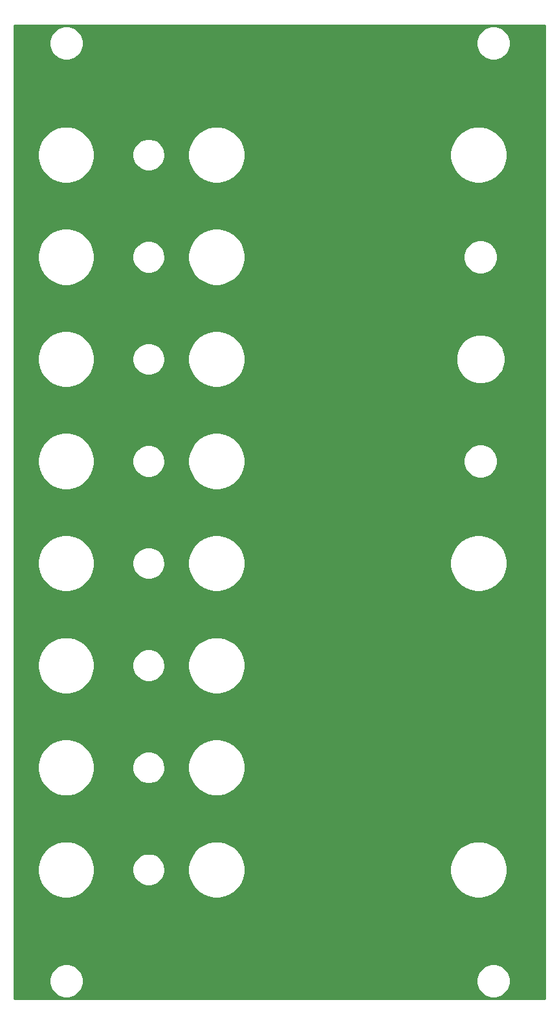
<source format=gbr>
G04 #@! TF.GenerationSoftware,KiCad,Pcbnew,(5.1.9)-1*
G04 #@! TF.CreationDate,2021-04-09T13:23:51+02:00*
G04 #@! TF.ProjectId,Baby8 Front,42616279-3820-4467-926f-6e742e6b6963,rev?*
G04 #@! TF.SameCoordinates,Original*
G04 #@! TF.FileFunction,Copper,L2,Bot*
G04 #@! TF.FilePolarity,Positive*
%FSLAX46Y46*%
G04 Gerber Fmt 4.6, Leading zero omitted, Abs format (unit mm)*
G04 Created by KiCad (PCBNEW (5.1.9)-1) date 2021-04-09 13:23:51*
%MOMM*%
%LPD*%
G01*
G04 APERTURE LIST*
G04 #@! TA.AperFunction,NonConductor*
%ADD10C,0.254000*%
G04 #@! TD*
G04 #@! TA.AperFunction,NonConductor*
%ADD11C,0.100000*%
G04 #@! TD*
G04 APERTURE END LIST*
D10*
X70115001Y-127815000D02*
X685000Y-127815000D01*
X685000Y-125279872D01*
X5265000Y-125279872D01*
X5265000Y-125720128D01*
X5350890Y-126151925D01*
X5519369Y-126558669D01*
X5763962Y-126924729D01*
X6075271Y-127236038D01*
X6441331Y-127480631D01*
X6848075Y-127649110D01*
X7279872Y-127735000D01*
X7720128Y-127735000D01*
X8151925Y-127649110D01*
X8558669Y-127480631D01*
X8924729Y-127236038D01*
X9236038Y-126924729D01*
X9480631Y-126558669D01*
X9649110Y-126151925D01*
X9735000Y-125720128D01*
X9735000Y-125279872D01*
X61145000Y-125279872D01*
X61145000Y-125720128D01*
X61230890Y-126151925D01*
X61399369Y-126558669D01*
X61643962Y-126924729D01*
X61955271Y-127236038D01*
X62321331Y-127480631D01*
X62728075Y-127649110D01*
X63159872Y-127735000D01*
X63600128Y-127735000D01*
X64031925Y-127649110D01*
X64438669Y-127480631D01*
X64804729Y-127236038D01*
X65116038Y-126924729D01*
X65360631Y-126558669D01*
X65529110Y-126151925D01*
X65615000Y-125720128D01*
X65615000Y-125279872D01*
X65529110Y-124848075D01*
X65360631Y-124441331D01*
X65116038Y-124075271D01*
X64804729Y-123763962D01*
X64438669Y-123519369D01*
X64031925Y-123350890D01*
X63600128Y-123265000D01*
X63159872Y-123265000D01*
X62728075Y-123350890D01*
X62321331Y-123519369D01*
X61955271Y-123763962D01*
X61643962Y-124075271D01*
X61399369Y-124441331D01*
X61230890Y-124848075D01*
X61145000Y-125279872D01*
X9735000Y-125279872D01*
X9649110Y-124848075D01*
X9480631Y-124441331D01*
X9236038Y-124075271D01*
X8924729Y-123763962D01*
X8558669Y-123519369D01*
X8151925Y-123350890D01*
X7720128Y-123265000D01*
X7279872Y-123265000D01*
X6848075Y-123350890D01*
X6441331Y-123519369D01*
X6075271Y-123763962D01*
X5763962Y-124075271D01*
X5519369Y-124441331D01*
X5350890Y-124848075D01*
X5265000Y-125279872D01*
X685000Y-125279872D01*
X685000Y-110587135D01*
X3710000Y-110587135D01*
X3710000Y-111322865D01*
X3853534Y-112044459D01*
X4135086Y-112724186D01*
X4543836Y-113335924D01*
X5064076Y-113856164D01*
X5675814Y-114264914D01*
X6355541Y-114546466D01*
X7077135Y-114690000D01*
X7812865Y-114690000D01*
X8534459Y-114546466D01*
X9214186Y-114264914D01*
X9825924Y-113856164D01*
X10346164Y-113335924D01*
X10754914Y-112724186D01*
X11036466Y-112044459D01*
X11180000Y-111322865D01*
X11180000Y-110744721D01*
X16120000Y-110744721D01*
X16120000Y-111165279D01*
X16202047Y-111577756D01*
X16362988Y-111966302D01*
X16596637Y-112315983D01*
X16894017Y-112613363D01*
X17243698Y-112847012D01*
X17632244Y-113007953D01*
X18044721Y-113090000D01*
X18465279Y-113090000D01*
X18877756Y-113007953D01*
X19266302Y-112847012D01*
X19615983Y-112613363D01*
X19913363Y-112315983D01*
X20147012Y-111966302D01*
X20307953Y-111577756D01*
X20390000Y-111165279D01*
X20390000Y-110744721D01*
X20358655Y-110587135D01*
X23410000Y-110587135D01*
X23410000Y-111322865D01*
X23553534Y-112044459D01*
X23835086Y-112724186D01*
X24243836Y-113335924D01*
X24764076Y-113856164D01*
X25375814Y-114264914D01*
X26055541Y-114546466D01*
X26777135Y-114690000D01*
X27512865Y-114690000D01*
X28234459Y-114546466D01*
X28914186Y-114264914D01*
X29525924Y-113856164D01*
X30046164Y-113335924D01*
X30454914Y-112724186D01*
X30736466Y-112044459D01*
X30880000Y-111322865D01*
X30880000Y-110587135D01*
X57700000Y-110587135D01*
X57700000Y-111322865D01*
X57843534Y-112044459D01*
X58125086Y-112724186D01*
X58533836Y-113335924D01*
X59054076Y-113856164D01*
X59665814Y-114264914D01*
X60345541Y-114546466D01*
X61067135Y-114690000D01*
X61802865Y-114690000D01*
X62524459Y-114546466D01*
X63204186Y-114264914D01*
X63815924Y-113856164D01*
X64336164Y-113335924D01*
X64744914Y-112724186D01*
X65026466Y-112044459D01*
X65170000Y-111322865D01*
X65170000Y-110587135D01*
X65026466Y-109865541D01*
X64744914Y-109185814D01*
X64336164Y-108574076D01*
X63815924Y-108053836D01*
X63204186Y-107645086D01*
X62524459Y-107363534D01*
X61802865Y-107220000D01*
X61067135Y-107220000D01*
X60345541Y-107363534D01*
X59665814Y-107645086D01*
X59054076Y-108053836D01*
X58533836Y-108574076D01*
X58125086Y-109185814D01*
X57843534Y-109865541D01*
X57700000Y-110587135D01*
X30880000Y-110587135D01*
X30736466Y-109865541D01*
X30454914Y-109185814D01*
X30046164Y-108574076D01*
X29525924Y-108053836D01*
X28914186Y-107645086D01*
X28234459Y-107363534D01*
X27512865Y-107220000D01*
X26777135Y-107220000D01*
X26055541Y-107363534D01*
X25375814Y-107645086D01*
X24764076Y-108053836D01*
X24243836Y-108574076D01*
X23835086Y-109185814D01*
X23553534Y-109865541D01*
X23410000Y-110587135D01*
X20358655Y-110587135D01*
X20307953Y-110332244D01*
X20147012Y-109943698D01*
X19913363Y-109594017D01*
X19615983Y-109296637D01*
X19266302Y-109062988D01*
X18877756Y-108902047D01*
X18465279Y-108820000D01*
X18044721Y-108820000D01*
X17632244Y-108902047D01*
X17243698Y-109062988D01*
X16894017Y-109296637D01*
X16596637Y-109594017D01*
X16362988Y-109943698D01*
X16202047Y-110332244D01*
X16120000Y-110744721D01*
X11180000Y-110744721D01*
X11180000Y-110587135D01*
X11036466Y-109865541D01*
X10754914Y-109185814D01*
X10346164Y-108574076D01*
X9825924Y-108053836D01*
X9214186Y-107645086D01*
X8534459Y-107363534D01*
X7812865Y-107220000D01*
X7077135Y-107220000D01*
X6355541Y-107363534D01*
X5675814Y-107645086D01*
X5064076Y-108053836D01*
X4543836Y-108574076D01*
X4135086Y-109185814D01*
X3853534Y-109865541D01*
X3710000Y-110587135D01*
X685000Y-110587135D01*
X685000Y-97247135D01*
X3710000Y-97247135D01*
X3710000Y-97982865D01*
X3853534Y-98704459D01*
X4135086Y-99384186D01*
X4543836Y-99995924D01*
X5064076Y-100516164D01*
X5675814Y-100924914D01*
X6355541Y-101206466D01*
X7077135Y-101350000D01*
X7812865Y-101350000D01*
X8534459Y-101206466D01*
X9214186Y-100924914D01*
X9825924Y-100516164D01*
X10346164Y-99995924D01*
X10754914Y-99384186D01*
X11036466Y-98704459D01*
X11180000Y-97982865D01*
X11180000Y-97404721D01*
X16120000Y-97404721D01*
X16120000Y-97825279D01*
X16202047Y-98237756D01*
X16362988Y-98626302D01*
X16596637Y-98975983D01*
X16894017Y-99273363D01*
X17243698Y-99507012D01*
X17632244Y-99667953D01*
X18044721Y-99750000D01*
X18465279Y-99750000D01*
X18877756Y-99667953D01*
X19266302Y-99507012D01*
X19615983Y-99273363D01*
X19913363Y-98975983D01*
X20147012Y-98626302D01*
X20307953Y-98237756D01*
X20390000Y-97825279D01*
X20390000Y-97404721D01*
X20358655Y-97247135D01*
X23410000Y-97247135D01*
X23410000Y-97982865D01*
X23553534Y-98704459D01*
X23835086Y-99384186D01*
X24243836Y-99995924D01*
X24764076Y-100516164D01*
X25375814Y-100924914D01*
X26055541Y-101206466D01*
X26777135Y-101350000D01*
X27512865Y-101350000D01*
X28234459Y-101206466D01*
X28914186Y-100924914D01*
X29525924Y-100516164D01*
X30046164Y-99995924D01*
X30454914Y-99384186D01*
X30736466Y-98704459D01*
X30880000Y-97982865D01*
X30880000Y-97247135D01*
X30736466Y-96525541D01*
X30454914Y-95845814D01*
X30046164Y-95234076D01*
X29525924Y-94713836D01*
X28914186Y-94305086D01*
X28234459Y-94023534D01*
X27512865Y-93880000D01*
X26777135Y-93880000D01*
X26055541Y-94023534D01*
X25375814Y-94305086D01*
X24764076Y-94713836D01*
X24243836Y-95234076D01*
X23835086Y-95845814D01*
X23553534Y-96525541D01*
X23410000Y-97247135D01*
X20358655Y-97247135D01*
X20307953Y-96992244D01*
X20147012Y-96603698D01*
X19913363Y-96254017D01*
X19615983Y-95956637D01*
X19266302Y-95722988D01*
X18877756Y-95562047D01*
X18465279Y-95480000D01*
X18044721Y-95480000D01*
X17632244Y-95562047D01*
X17243698Y-95722988D01*
X16894017Y-95956637D01*
X16596637Y-96254017D01*
X16362988Y-96603698D01*
X16202047Y-96992244D01*
X16120000Y-97404721D01*
X11180000Y-97404721D01*
X11180000Y-97247135D01*
X11036466Y-96525541D01*
X10754914Y-95845814D01*
X10346164Y-95234076D01*
X9825924Y-94713836D01*
X9214186Y-94305086D01*
X8534459Y-94023534D01*
X7812865Y-93880000D01*
X7077135Y-93880000D01*
X6355541Y-94023534D01*
X5675814Y-94305086D01*
X5064076Y-94713836D01*
X4543836Y-95234076D01*
X4135086Y-95845814D01*
X3853534Y-96525541D01*
X3710000Y-97247135D01*
X685000Y-97247135D01*
X685000Y-83907135D01*
X3710000Y-83907135D01*
X3710000Y-84642865D01*
X3853534Y-85364459D01*
X4135086Y-86044186D01*
X4543836Y-86655924D01*
X5064076Y-87176164D01*
X5675814Y-87584914D01*
X6355541Y-87866466D01*
X7077135Y-88010000D01*
X7812865Y-88010000D01*
X8534459Y-87866466D01*
X9214186Y-87584914D01*
X9825924Y-87176164D01*
X10346164Y-86655924D01*
X10754914Y-86044186D01*
X11036466Y-85364459D01*
X11180000Y-84642865D01*
X11180000Y-84064721D01*
X16120000Y-84064721D01*
X16120000Y-84485279D01*
X16202047Y-84897756D01*
X16362988Y-85286302D01*
X16596637Y-85635983D01*
X16894017Y-85933363D01*
X17243698Y-86167012D01*
X17632244Y-86327953D01*
X18044721Y-86410000D01*
X18465279Y-86410000D01*
X18877756Y-86327953D01*
X19266302Y-86167012D01*
X19615983Y-85933363D01*
X19913363Y-85635983D01*
X20147012Y-85286302D01*
X20307953Y-84897756D01*
X20390000Y-84485279D01*
X20390000Y-84064721D01*
X20358655Y-83907135D01*
X23410000Y-83907135D01*
X23410000Y-84642865D01*
X23553534Y-85364459D01*
X23835086Y-86044186D01*
X24243836Y-86655924D01*
X24764076Y-87176164D01*
X25375814Y-87584914D01*
X26055541Y-87866466D01*
X26777135Y-88010000D01*
X27512865Y-88010000D01*
X28234459Y-87866466D01*
X28914186Y-87584914D01*
X29525924Y-87176164D01*
X30046164Y-86655924D01*
X30454914Y-86044186D01*
X30736466Y-85364459D01*
X30880000Y-84642865D01*
X30880000Y-83907135D01*
X30736466Y-83185541D01*
X30454914Y-82505814D01*
X30046164Y-81894076D01*
X29525924Y-81373836D01*
X28914186Y-80965086D01*
X28234459Y-80683534D01*
X27512865Y-80540000D01*
X26777135Y-80540000D01*
X26055541Y-80683534D01*
X25375814Y-80965086D01*
X24764076Y-81373836D01*
X24243836Y-81894076D01*
X23835086Y-82505814D01*
X23553534Y-83185541D01*
X23410000Y-83907135D01*
X20358655Y-83907135D01*
X20307953Y-83652244D01*
X20147012Y-83263698D01*
X19913363Y-82914017D01*
X19615983Y-82616637D01*
X19266302Y-82382988D01*
X18877756Y-82222047D01*
X18465279Y-82140000D01*
X18044721Y-82140000D01*
X17632244Y-82222047D01*
X17243698Y-82382988D01*
X16894017Y-82616637D01*
X16596637Y-82914017D01*
X16362988Y-83263698D01*
X16202047Y-83652244D01*
X16120000Y-84064721D01*
X11180000Y-84064721D01*
X11180000Y-83907135D01*
X11036466Y-83185541D01*
X10754914Y-82505814D01*
X10346164Y-81894076D01*
X9825924Y-81373836D01*
X9214186Y-80965086D01*
X8534459Y-80683534D01*
X7812865Y-80540000D01*
X7077135Y-80540000D01*
X6355541Y-80683534D01*
X5675814Y-80965086D01*
X5064076Y-81373836D01*
X4543836Y-81894076D01*
X4135086Y-82505814D01*
X3853534Y-83185541D01*
X3710000Y-83907135D01*
X685000Y-83907135D01*
X685000Y-70567135D01*
X3710000Y-70567135D01*
X3710000Y-71302865D01*
X3853534Y-72024459D01*
X4135086Y-72704186D01*
X4543836Y-73315924D01*
X5064076Y-73836164D01*
X5675814Y-74244914D01*
X6355541Y-74526466D01*
X7077135Y-74670000D01*
X7812865Y-74670000D01*
X8534459Y-74526466D01*
X9214186Y-74244914D01*
X9825924Y-73836164D01*
X10346164Y-73315924D01*
X10754914Y-72704186D01*
X11036466Y-72024459D01*
X11180000Y-71302865D01*
X11180000Y-70724721D01*
X16120000Y-70724721D01*
X16120000Y-71145279D01*
X16202047Y-71557756D01*
X16362988Y-71946302D01*
X16596637Y-72295983D01*
X16894017Y-72593363D01*
X17243698Y-72827012D01*
X17632244Y-72987953D01*
X18044721Y-73070000D01*
X18465279Y-73070000D01*
X18877756Y-72987953D01*
X19266302Y-72827012D01*
X19615983Y-72593363D01*
X19913363Y-72295983D01*
X20147012Y-71946302D01*
X20307953Y-71557756D01*
X20390000Y-71145279D01*
X20390000Y-70724721D01*
X20358655Y-70567135D01*
X23410000Y-70567135D01*
X23410000Y-71302865D01*
X23553534Y-72024459D01*
X23835086Y-72704186D01*
X24243836Y-73315924D01*
X24764076Y-73836164D01*
X25375814Y-74244914D01*
X26055541Y-74526466D01*
X26777135Y-74670000D01*
X27512865Y-74670000D01*
X28234459Y-74526466D01*
X28914186Y-74244914D01*
X29525924Y-73836164D01*
X30046164Y-73315924D01*
X30454914Y-72704186D01*
X30736466Y-72024459D01*
X30880000Y-71302865D01*
X30880000Y-70567135D01*
X57700000Y-70567135D01*
X57700000Y-71302865D01*
X57843534Y-72024459D01*
X58125086Y-72704186D01*
X58533836Y-73315924D01*
X59054076Y-73836164D01*
X59665814Y-74244914D01*
X60345541Y-74526466D01*
X61067135Y-74670000D01*
X61802865Y-74670000D01*
X62524459Y-74526466D01*
X63204186Y-74244914D01*
X63815924Y-73836164D01*
X64336164Y-73315924D01*
X64744914Y-72704186D01*
X65026466Y-72024459D01*
X65170000Y-71302865D01*
X65170000Y-70567135D01*
X65026466Y-69845541D01*
X64744914Y-69165814D01*
X64336164Y-68554076D01*
X63815924Y-68033836D01*
X63204186Y-67625086D01*
X62524459Y-67343534D01*
X61802865Y-67200000D01*
X61067135Y-67200000D01*
X60345541Y-67343534D01*
X59665814Y-67625086D01*
X59054076Y-68033836D01*
X58533836Y-68554076D01*
X58125086Y-69165814D01*
X57843534Y-69845541D01*
X57700000Y-70567135D01*
X30880000Y-70567135D01*
X30736466Y-69845541D01*
X30454914Y-69165814D01*
X30046164Y-68554076D01*
X29525924Y-68033836D01*
X28914186Y-67625086D01*
X28234459Y-67343534D01*
X27512865Y-67200000D01*
X26777135Y-67200000D01*
X26055541Y-67343534D01*
X25375814Y-67625086D01*
X24764076Y-68033836D01*
X24243836Y-68554076D01*
X23835086Y-69165814D01*
X23553534Y-69845541D01*
X23410000Y-70567135D01*
X20358655Y-70567135D01*
X20307953Y-70312244D01*
X20147012Y-69923698D01*
X19913363Y-69574017D01*
X19615983Y-69276637D01*
X19266302Y-69042988D01*
X18877756Y-68882047D01*
X18465279Y-68800000D01*
X18044721Y-68800000D01*
X17632244Y-68882047D01*
X17243698Y-69042988D01*
X16894017Y-69276637D01*
X16596637Y-69574017D01*
X16362988Y-69923698D01*
X16202047Y-70312244D01*
X16120000Y-70724721D01*
X11180000Y-70724721D01*
X11180000Y-70567135D01*
X11036466Y-69845541D01*
X10754914Y-69165814D01*
X10346164Y-68554076D01*
X9825924Y-68033836D01*
X9214186Y-67625086D01*
X8534459Y-67343534D01*
X7812865Y-67200000D01*
X7077135Y-67200000D01*
X6355541Y-67343534D01*
X5675814Y-67625086D01*
X5064076Y-68033836D01*
X4543836Y-68554076D01*
X4135086Y-69165814D01*
X3853534Y-69845541D01*
X3710000Y-70567135D01*
X685000Y-70567135D01*
X685000Y-57227135D01*
X3710000Y-57227135D01*
X3710000Y-57962865D01*
X3853534Y-58684459D01*
X4135086Y-59364186D01*
X4543836Y-59975924D01*
X5064076Y-60496164D01*
X5675814Y-60904914D01*
X6355541Y-61186466D01*
X7077135Y-61330000D01*
X7812865Y-61330000D01*
X8534459Y-61186466D01*
X9214186Y-60904914D01*
X9825924Y-60496164D01*
X10346164Y-59975924D01*
X10754914Y-59364186D01*
X11036466Y-58684459D01*
X11180000Y-57962865D01*
X11180000Y-57384721D01*
X16120000Y-57384721D01*
X16120000Y-57805279D01*
X16202047Y-58217756D01*
X16362988Y-58606302D01*
X16596637Y-58955983D01*
X16894017Y-59253363D01*
X17243698Y-59487012D01*
X17632244Y-59647953D01*
X18044721Y-59730000D01*
X18465279Y-59730000D01*
X18877756Y-59647953D01*
X19266302Y-59487012D01*
X19615983Y-59253363D01*
X19913363Y-58955983D01*
X20147012Y-58606302D01*
X20307953Y-58217756D01*
X20390000Y-57805279D01*
X20390000Y-57384721D01*
X20358655Y-57227135D01*
X23410000Y-57227135D01*
X23410000Y-57962865D01*
X23553534Y-58684459D01*
X23835086Y-59364186D01*
X24243836Y-59975924D01*
X24764076Y-60496164D01*
X25375814Y-60904914D01*
X26055541Y-61186466D01*
X26777135Y-61330000D01*
X27512865Y-61330000D01*
X28234459Y-61186466D01*
X28914186Y-60904914D01*
X29525924Y-60496164D01*
X30046164Y-59975924D01*
X30454914Y-59364186D01*
X30736466Y-58684459D01*
X30880000Y-57962865D01*
X30880000Y-57374872D01*
X59465000Y-57374872D01*
X59465000Y-57815128D01*
X59550890Y-58246925D01*
X59719369Y-58653669D01*
X59963962Y-59019729D01*
X60275271Y-59331038D01*
X60641331Y-59575631D01*
X61048075Y-59744110D01*
X61479872Y-59830000D01*
X61920128Y-59830000D01*
X62351925Y-59744110D01*
X62758669Y-59575631D01*
X63124729Y-59331038D01*
X63436038Y-59019729D01*
X63680631Y-58653669D01*
X63849110Y-58246925D01*
X63935000Y-57815128D01*
X63935000Y-57374872D01*
X63849110Y-56943075D01*
X63680631Y-56536331D01*
X63436038Y-56170271D01*
X63124729Y-55858962D01*
X62758669Y-55614369D01*
X62351925Y-55445890D01*
X61920128Y-55360000D01*
X61479872Y-55360000D01*
X61048075Y-55445890D01*
X60641331Y-55614369D01*
X60275271Y-55858962D01*
X59963962Y-56170271D01*
X59719369Y-56536331D01*
X59550890Y-56943075D01*
X59465000Y-57374872D01*
X30880000Y-57374872D01*
X30880000Y-57227135D01*
X30736466Y-56505541D01*
X30454914Y-55825814D01*
X30046164Y-55214076D01*
X29525924Y-54693836D01*
X28914186Y-54285086D01*
X28234459Y-54003534D01*
X27512865Y-53860000D01*
X26777135Y-53860000D01*
X26055541Y-54003534D01*
X25375814Y-54285086D01*
X24764076Y-54693836D01*
X24243836Y-55214076D01*
X23835086Y-55825814D01*
X23553534Y-56505541D01*
X23410000Y-57227135D01*
X20358655Y-57227135D01*
X20307953Y-56972244D01*
X20147012Y-56583698D01*
X19913363Y-56234017D01*
X19615983Y-55936637D01*
X19266302Y-55702988D01*
X18877756Y-55542047D01*
X18465279Y-55460000D01*
X18044721Y-55460000D01*
X17632244Y-55542047D01*
X17243698Y-55702988D01*
X16894017Y-55936637D01*
X16596637Y-56234017D01*
X16362988Y-56583698D01*
X16202047Y-56972244D01*
X16120000Y-57384721D01*
X11180000Y-57384721D01*
X11180000Y-57227135D01*
X11036466Y-56505541D01*
X10754914Y-55825814D01*
X10346164Y-55214076D01*
X9825924Y-54693836D01*
X9214186Y-54285086D01*
X8534459Y-54003534D01*
X7812865Y-53860000D01*
X7077135Y-53860000D01*
X6355541Y-54003534D01*
X5675814Y-54285086D01*
X5064076Y-54693836D01*
X4543836Y-55214076D01*
X4135086Y-55825814D01*
X3853534Y-56505541D01*
X3710000Y-57227135D01*
X685000Y-57227135D01*
X685000Y-43887135D01*
X3710000Y-43887135D01*
X3710000Y-44622865D01*
X3853534Y-45344459D01*
X4135086Y-46024186D01*
X4543836Y-46635924D01*
X5064076Y-47156164D01*
X5675814Y-47564914D01*
X6355541Y-47846466D01*
X7077135Y-47990000D01*
X7812865Y-47990000D01*
X8534459Y-47846466D01*
X9214186Y-47564914D01*
X9825924Y-47156164D01*
X10346164Y-46635924D01*
X10754914Y-46024186D01*
X11036466Y-45344459D01*
X11180000Y-44622865D01*
X11180000Y-44044721D01*
X16120000Y-44044721D01*
X16120000Y-44465279D01*
X16202047Y-44877756D01*
X16362988Y-45266302D01*
X16596637Y-45615983D01*
X16894017Y-45913363D01*
X17243698Y-46147012D01*
X17632244Y-46307953D01*
X18044721Y-46390000D01*
X18465279Y-46390000D01*
X18877756Y-46307953D01*
X19266302Y-46147012D01*
X19615983Y-45913363D01*
X19913363Y-45615983D01*
X20147012Y-45266302D01*
X20307953Y-44877756D01*
X20390000Y-44465279D01*
X20390000Y-44044721D01*
X20358655Y-43887135D01*
X23410000Y-43887135D01*
X23410000Y-44622865D01*
X23553534Y-45344459D01*
X23835086Y-46024186D01*
X24243836Y-46635924D01*
X24764076Y-47156164D01*
X25375814Y-47564914D01*
X26055541Y-47846466D01*
X26777135Y-47990000D01*
X27512865Y-47990000D01*
X28234459Y-47846466D01*
X28914186Y-47564914D01*
X29525924Y-47156164D01*
X30046164Y-46635924D01*
X30454914Y-46024186D01*
X30736466Y-45344459D01*
X30880000Y-44622865D01*
X30880000Y-43936380D01*
X58465000Y-43936380D01*
X58465000Y-44573620D01*
X58589319Y-45198615D01*
X58833180Y-45787347D01*
X59187211Y-46317192D01*
X59637808Y-46767789D01*
X60167653Y-47121820D01*
X60756385Y-47365681D01*
X61381380Y-47490000D01*
X62018620Y-47490000D01*
X62643615Y-47365681D01*
X63232347Y-47121820D01*
X63762192Y-46767789D01*
X64212789Y-46317192D01*
X64566820Y-45787347D01*
X64810681Y-45198615D01*
X64935000Y-44573620D01*
X64935000Y-43936380D01*
X64810681Y-43311385D01*
X64566820Y-42722653D01*
X64212789Y-42192808D01*
X63762192Y-41742211D01*
X63232347Y-41388180D01*
X62643615Y-41144319D01*
X62018620Y-41020000D01*
X61381380Y-41020000D01*
X60756385Y-41144319D01*
X60167653Y-41388180D01*
X59637808Y-41742211D01*
X59187211Y-42192808D01*
X58833180Y-42722653D01*
X58589319Y-43311385D01*
X58465000Y-43936380D01*
X30880000Y-43936380D01*
X30880000Y-43887135D01*
X30736466Y-43165541D01*
X30454914Y-42485814D01*
X30046164Y-41874076D01*
X29525924Y-41353836D01*
X28914186Y-40945086D01*
X28234459Y-40663534D01*
X27512865Y-40520000D01*
X26777135Y-40520000D01*
X26055541Y-40663534D01*
X25375814Y-40945086D01*
X24764076Y-41353836D01*
X24243836Y-41874076D01*
X23835086Y-42485814D01*
X23553534Y-43165541D01*
X23410000Y-43887135D01*
X20358655Y-43887135D01*
X20307953Y-43632244D01*
X20147012Y-43243698D01*
X19913363Y-42894017D01*
X19615983Y-42596637D01*
X19266302Y-42362988D01*
X18877756Y-42202047D01*
X18465279Y-42120000D01*
X18044721Y-42120000D01*
X17632244Y-42202047D01*
X17243698Y-42362988D01*
X16894017Y-42596637D01*
X16596637Y-42894017D01*
X16362988Y-43243698D01*
X16202047Y-43632244D01*
X16120000Y-44044721D01*
X11180000Y-44044721D01*
X11180000Y-43887135D01*
X11036466Y-43165541D01*
X10754914Y-42485814D01*
X10346164Y-41874076D01*
X9825924Y-41353836D01*
X9214186Y-40945086D01*
X8534459Y-40663534D01*
X7812865Y-40520000D01*
X7077135Y-40520000D01*
X6355541Y-40663534D01*
X5675814Y-40945086D01*
X5064076Y-41353836D01*
X4543836Y-41874076D01*
X4135086Y-42485814D01*
X3853534Y-43165541D01*
X3710000Y-43887135D01*
X685000Y-43887135D01*
X685000Y-30547135D01*
X3710000Y-30547135D01*
X3710000Y-31282865D01*
X3853534Y-32004459D01*
X4135086Y-32684186D01*
X4543836Y-33295924D01*
X5064076Y-33816164D01*
X5675814Y-34224914D01*
X6355541Y-34506466D01*
X7077135Y-34650000D01*
X7812865Y-34650000D01*
X8534459Y-34506466D01*
X9214186Y-34224914D01*
X9825924Y-33816164D01*
X10346164Y-33295924D01*
X10754914Y-32684186D01*
X11036466Y-32004459D01*
X11180000Y-31282865D01*
X11180000Y-30704721D01*
X16120000Y-30704721D01*
X16120000Y-31125279D01*
X16202047Y-31537756D01*
X16362988Y-31926302D01*
X16596637Y-32275983D01*
X16894017Y-32573363D01*
X17243698Y-32807012D01*
X17632244Y-32967953D01*
X18044721Y-33050000D01*
X18465279Y-33050000D01*
X18877756Y-32967953D01*
X19266302Y-32807012D01*
X19615983Y-32573363D01*
X19913363Y-32275983D01*
X20147012Y-31926302D01*
X20307953Y-31537756D01*
X20390000Y-31125279D01*
X20390000Y-30704721D01*
X20358655Y-30547135D01*
X23410000Y-30547135D01*
X23410000Y-31282865D01*
X23553534Y-32004459D01*
X23835086Y-32684186D01*
X24243836Y-33295924D01*
X24764076Y-33816164D01*
X25375814Y-34224914D01*
X26055541Y-34506466D01*
X26777135Y-34650000D01*
X27512865Y-34650000D01*
X28234459Y-34506466D01*
X28914186Y-34224914D01*
X29525924Y-33816164D01*
X30046164Y-33295924D01*
X30454914Y-32684186D01*
X30736466Y-32004459D01*
X30880000Y-31282865D01*
X30880000Y-30694872D01*
X59465000Y-30694872D01*
X59465000Y-31135128D01*
X59550890Y-31566925D01*
X59719369Y-31973669D01*
X59963962Y-32339729D01*
X60275271Y-32651038D01*
X60641331Y-32895631D01*
X61048075Y-33064110D01*
X61479872Y-33150000D01*
X61920128Y-33150000D01*
X62351925Y-33064110D01*
X62758669Y-32895631D01*
X63124729Y-32651038D01*
X63436038Y-32339729D01*
X63680631Y-31973669D01*
X63849110Y-31566925D01*
X63935000Y-31135128D01*
X63935000Y-30694872D01*
X63849110Y-30263075D01*
X63680631Y-29856331D01*
X63436038Y-29490271D01*
X63124729Y-29178962D01*
X62758669Y-28934369D01*
X62351925Y-28765890D01*
X61920128Y-28680000D01*
X61479872Y-28680000D01*
X61048075Y-28765890D01*
X60641331Y-28934369D01*
X60275271Y-29178962D01*
X59963962Y-29490271D01*
X59719369Y-29856331D01*
X59550890Y-30263075D01*
X59465000Y-30694872D01*
X30880000Y-30694872D01*
X30880000Y-30547135D01*
X30736466Y-29825541D01*
X30454914Y-29145814D01*
X30046164Y-28534076D01*
X29525924Y-28013836D01*
X28914186Y-27605086D01*
X28234459Y-27323534D01*
X27512865Y-27180000D01*
X26777135Y-27180000D01*
X26055541Y-27323534D01*
X25375814Y-27605086D01*
X24764076Y-28013836D01*
X24243836Y-28534076D01*
X23835086Y-29145814D01*
X23553534Y-29825541D01*
X23410000Y-30547135D01*
X20358655Y-30547135D01*
X20307953Y-30292244D01*
X20147012Y-29903698D01*
X19913363Y-29554017D01*
X19615983Y-29256637D01*
X19266302Y-29022988D01*
X18877756Y-28862047D01*
X18465279Y-28780000D01*
X18044721Y-28780000D01*
X17632244Y-28862047D01*
X17243698Y-29022988D01*
X16894017Y-29256637D01*
X16596637Y-29554017D01*
X16362988Y-29903698D01*
X16202047Y-30292244D01*
X16120000Y-30704721D01*
X11180000Y-30704721D01*
X11180000Y-30547135D01*
X11036466Y-29825541D01*
X10754914Y-29145814D01*
X10346164Y-28534076D01*
X9825924Y-28013836D01*
X9214186Y-27605086D01*
X8534459Y-27323534D01*
X7812865Y-27180000D01*
X7077135Y-27180000D01*
X6355541Y-27323534D01*
X5675814Y-27605086D01*
X5064076Y-28013836D01*
X4543836Y-28534076D01*
X4135086Y-29145814D01*
X3853534Y-29825541D01*
X3710000Y-30547135D01*
X685000Y-30547135D01*
X685000Y-17207135D01*
X3710000Y-17207135D01*
X3710000Y-17942865D01*
X3853534Y-18664459D01*
X4135086Y-19344186D01*
X4543836Y-19955924D01*
X5064076Y-20476164D01*
X5675814Y-20884914D01*
X6355541Y-21166466D01*
X7077135Y-21310000D01*
X7812865Y-21310000D01*
X8534459Y-21166466D01*
X9214186Y-20884914D01*
X9825924Y-20476164D01*
X10346164Y-19955924D01*
X10754914Y-19344186D01*
X11036466Y-18664459D01*
X11180000Y-17942865D01*
X11180000Y-17364721D01*
X16120000Y-17364721D01*
X16120000Y-17785279D01*
X16202047Y-18197756D01*
X16362988Y-18586302D01*
X16596637Y-18935983D01*
X16894017Y-19233363D01*
X17243698Y-19467012D01*
X17632244Y-19627953D01*
X18044721Y-19710000D01*
X18465279Y-19710000D01*
X18877756Y-19627953D01*
X19266302Y-19467012D01*
X19615983Y-19233363D01*
X19913363Y-18935983D01*
X20147012Y-18586302D01*
X20307953Y-18197756D01*
X20390000Y-17785279D01*
X20390000Y-17364721D01*
X20358655Y-17207135D01*
X23410000Y-17207135D01*
X23410000Y-17942865D01*
X23553534Y-18664459D01*
X23835086Y-19344186D01*
X24243836Y-19955924D01*
X24764076Y-20476164D01*
X25375814Y-20884914D01*
X26055541Y-21166466D01*
X26777135Y-21310000D01*
X27512865Y-21310000D01*
X28234459Y-21166466D01*
X28914186Y-20884914D01*
X29525924Y-20476164D01*
X30046164Y-19955924D01*
X30454914Y-19344186D01*
X30736466Y-18664459D01*
X30880000Y-17942865D01*
X30880000Y-17207135D01*
X57700000Y-17207135D01*
X57700000Y-17942865D01*
X57843534Y-18664459D01*
X58125086Y-19344186D01*
X58533836Y-19955924D01*
X59054076Y-20476164D01*
X59665814Y-20884914D01*
X60345541Y-21166466D01*
X61067135Y-21310000D01*
X61802865Y-21310000D01*
X62524459Y-21166466D01*
X63204186Y-20884914D01*
X63815924Y-20476164D01*
X64336164Y-19955924D01*
X64744914Y-19344186D01*
X65026466Y-18664459D01*
X65170000Y-17942865D01*
X65170000Y-17207135D01*
X65026466Y-16485541D01*
X64744914Y-15805814D01*
X64336164Y-15194076D01*
X63815924Y-14673836D01*
X63204186Y-14265086D01*
X62524459Y-13983534D01*
X61802865Y-13840000D01*
X61067135Y-13840000D01*
X60345541Y-13983534D01*
X59665814Y-14265086D01*
X59054076Y-14673836D01*
X58533836Y-15194076D01*
X58125086Y-15805814D01*
X57843534Y-16485541D01*
X57700000Y-17207135D01*
X30880000Y-17207135D01*
X30736466Y-16485541D01*
X30454914Y-15805814D01*
X30046164Y-15194076D01*
X29525924Y-14673836D01*
X28914186Y-14265086D01*
X28234459Y-13983534D01*
X27512865Y-13840000D01*
X26777135Y-13840000D01*
X26055541Y-13983534D01*
X25375814Y-14265086D01*
X24764076Y-14673836D01*
X24243836Y-15194076D01*
X23835086Y-15805814D01*
X23553534Y-16485541D01*
X23410000Y-17207135D01*
X20358655Y-17207135D01*
X20307953Y-16952244D01*
X20147012Y-16563698D01*
X19913363Y-16214017D01*
X19615983Y-15916637D01*
X19266302Y-15682988D01*
X18877756Y-15522047D01*
X18465279Y-15440000D01*
X18044721Y-15440000D01*
X17632244Y-15522047D01*
X17243698Y-15682988D01*
X16894017Y-15916637D01*
X16596637Y-16214017D01*
X16362988Y-16563698D01*
X16202047Y-16952244D01*
X16120000Y-17364721D01*
X11180000Y-17364721D01*
X11180000Y-17207135D01*
X11036466Y-16485541D01*
X10754914Y-15805814D01*
X10346164Y-15194076D01*
X9825924Y-14673836D01*
X9214186Y-14265086D01*
X8534459Y-13983534D01*
X7812865Y-13840000D01*
X7077135Y-13840000D01*
X6355541Y-13983534D01*
X5675814Y-14265086D01*
X5064076Y-14673836D01*
X4543836Y-15194076D01*
X4135086Y-15805814D01*
X3853534Y-16485541D01*
X3710000Y-17207135D01*
X685000Y-17207135D01*
X685000Y-2779872D01*
X5265000Y-2779872D01*
X5265000Y-3220128D01*
X5350890Y-3651925D01*
X5519369Y-4058669D01*
X5763962Y-4424729D01*
X6075271Y-4736038D01*
X6441331Y-4980631D01*
X6848075Y-5149110D01*
X7279872Y-5235000D01*
X7720128Y-5235000D01*
X8151925Y-5149110D01*
X8558669Y-4980631D01*
X8924729Y-4736038D01*
X9236038Y-4424729D01*
X9480631Y-4058669D01*
X9649110Y-3651925D01*
X9735000Y-3220128D01*
X9735000Y-2779872D01*
X61145000Y-2779872D01*
X61145000Y-3220128D01*
X61230890Y-3651925D01*
X61399369Y-4058669D01*
X61643962Y-4424729D01*
X61955271Y-4736038D01*
X62321331Y-4980631D01*
X62728075Y-5149110D01*
X63159872Y-5235000D01*
X63600128Y-5235000D01*
X64031925Y-5149110D01*
X64438669Y-4980631D01*
X64804729Y-4736038D01*
X65116038Y-4424729D01*
X65360631Y-4058669D01*
X65529110Y-3651925D01*
X65615000Y-3220128D01*
X65615000Y-2779872D01*
X65529110Y-2348075D01*
X65360631Y-1941331D01*
X65116038Y-1575271D01*
X64804729Y-1263962D01*
X64438669Y-1019369D01*
X64031925Y-850890D01*
X63600128Y-765000D01*
X63159872Y-765000D01*
X62728075Y-850890D01*
X62321331Y-1019369D01*
X61955271Y-1263962D01*
X61643962Y-1575271D01*
X61399369Y-1941331D01*
X61230890Y-2348075D01*
X61145000Y-2779872D01*
X9735000Y-2779872D01*
X9649110Y-2348075D01*
X9480631Y-1941331D01*
X9236038Y-1575271D01*
X8924729Y-1263962D01*
X8558669Y-1019369D01*
X8151925Y-850890D01*
X7720128Y-765000D01*
X7279872Y-765000D01*
X6848075Y-850890D01*
X6441331Y-1019369D01*
X6075271Y-1263962D01*
X5763962Y-1575271D01*
X5519369Y-1941331D01*
X5350890Y-2348075D01*
X5265000Y-2779872D01*
X685000Y-2779872D01*
X685000Y-685000D01*
X70115000Y-685000D01*
X70115001Y-127815000D01*
G04 #@! TA.AperFunction,NonConductor*
D11*
G36*
X70115001Y-127815000D02*
G01*
X685000Y-127815000D01*
X685000Y-125279872D01*
X5265000Y-125279872D01*
X5265000Y-125720128D01*
X5350890Y-126151925D01*
X5519369Y-126558669D01*
X5763962Y-126924729D01*
X6075271Y-127236038D01*
X6441331Y-127480631D01*
X6848075Y-127649110D01*
X7279872Y-127735000D01*
X7720128Y-127735000D01*
X8151925Y-127649110D01*
X8558669Y-127480631D01*
X8924729Y-127236038D01*
X9236038Y-126924729D01*
X9480631Y-126558669D01*
X9649110Y-126151925D01*
X9735000Y-125720128D01*
X9735000Y-125279872D01*
X61145000Y-125279872D01*
X61145000Y-125720128D01*
X61230890Y-126151925D01*
X61399369Y-126558669D01*
X61643962Y-126924729D01*
X61955271Y-127236038D01*
X62321331Y-127480631D01*
X62728075Y-127649110D01*
X63159872Y-127735000D01*
X63600128Y-127735000D01*
X64031925Y-127649110D01*
X64438669Y-127480631D01*
X64804729Y-127236038D01*
X65116038Y-126924729D01*
X65360631Y-126558669D01*
X65529110Y-126151925D01*
X65615000Y-125720128D01*
X65615000Y-125279872D01*
X65529110Y-124848075D01*
X65360631Y-124441331D01*
X65116038Y-124075271D01*
X64804729Y-123763962D01*
X64438669Y-123519369D01*
X64031925Y-123350890D01*
X63600128Y-123265000D01*
X63159872Y-123265000D01*
X62728075Y-123350890D01*
X62321331Y-123519369D01*
X61955271Y-123763962D01*
X61643962Y-124075271D01*
X61399369Y-124441331D01*
X61230890Y-124848075D01*
X61145000Y-125279872D01*
X9735000Y-125279872D01*
X9649110Y-124848075D01*
X9480631Y-124441331D01*
X9236038Y-124075271D01*
X8924729Y-123763962D01*
X8558669Y-123519369D01*
X8151925Y-123350890D01*
X7720128Y-123265000D01*
X7279872Y-123265000D01*
X6848075Y-123350890D01*
X6441331Y-123519369D01*
X6075271Y-123763962D01*
X5763962Y-124075271D01*
X5519369Y-124441331D01*
X5350890Y-124848075D01*
X5265000Y-125279872D01*
X685000Y-125279872D01*
X685000Y-110587135D01*
X3710000Y-110587135D01*
X3710000Y-111322865D01*
X3853534Y-112044459D01*
X4135086Y-112724186D01*
X4543836Y-113335924D01*
X5064076Y-113856164D01*
X5675814Y-114264914D01*
X6355541Y-114546466D01*
X7077135Y-114690000D01*
X7812865Y-114690000D01*
X8534459Y-114546466D01*
X9214186Y-114264914D01*
X9825924Y-113856164D01*
X10346164Y-113335924D01*
X10754914Y-112724186D01*
X11036466Y-112044459D01*
X11180000Y-111322865D01*
X11180000Y-110744721D01*
X16120000Y-110744721D01*
X16120000Y-111165279D01*
X16202047Y-111577756D01*
X16362988Y-111966302D01*
X16596637Y-112315983D01*
X16894017Y-112613363D01*
X17243698Y-112847012D01*
X17632244Y-113007953D01*
X18044721Y-113090000D01*
X18465279Y-113090000D01*
X18877756Y-113007953D01*
X19266302Y-112847012D01*
X19615983Y-112613363D01*
X19913363Y-112315983D01*
X20147012Y-111966302D01*
X20307953Y-111577756D01*
X20390000Y-111165279D01*
X20390000Y-110744721D01*
X20358655Y-110587135D01*
X23410000Y-110587135D01*
X23410000Y-111322865D01*
X23553534Y-112044459D01*
X23835086Y-112724186D01*
X24243836Y-113335924D01*
X24764076Y-113856164D01*
X25375814Y-114264914D01*
X26055541Y-114546466D01*
X26777135Y-114690000D01*
X27512865Y-114690000D01*
X28234459Y-114546466D01*
X28914186Y-114264914D01*
X29525924Y-113856164D01*
X30046164Y-113335924D01*
X30454914Y-112724186D01*
X30736466Y-112044459D01*
X30880000Y-111322865D01*
X30880000Y-110587135D01*
X57700000Y-110587135D01*
X57700000Y-111322865D01*
X57843534Y-112044459D01*
X58125086Y-112724186D01*
X58533836Y-113335924D01*
X59054076Y-113856164D01*
X59665814Y-114264914D01*
X60345541Y-114546466D01*
X61067135Y-114690000D01*
X61802865Y-114690000D01*
X62524459Y-114546466D01*
X63204186Y-114264914D01*
X63815924Y-113856164D01*
X64336164Y-113335924D01*
X64744914Y-112724186D01*
X65026466Y-112044459D01*
X65170000Y-111322865D01*
X65170000Y-110587135D01*
X65026466Y-109865541D01*
X64744914Y-109185814D01*
X64336164Y-108574076D01*
X63815924Y-108053836D01*
X63204186Y-107645086D01*
X62524459Y-107363534D01*
X61802865Y-107220000D01*
X61067135Y-107220000D01*
X60345541Y-107363534D01*
X59665814Y-107645086D01*
X59054076Y-108053836D01*
X58533836Y-108574076D01*
X58125086Y-109185814D01*
X57843534Y-109865541D01*
X57700000Y-110587135D01*
X30880000Y-110587135D01*
X30736466Y-109865541D01*
X30454914Y-109185814D01*
X30046164Y-108574076D01*
X29525924Y-108053836D01*
X28914186Y-107645086D01*
X28234459Y-107363534D01*
X27512865Y-107220000D01*
X26777135Y-107220000D01*
X26055541Y-107363534D01*
X25375814Y-107645086D01*
X24764076Y-108053836D01*
X24243836Y-108574076D01*
X23835086Y-109185814D01*
X23553534Y-109865541D01*
X23410000Y-110587135D01*
X20358655Y-110587135D01*
X20307953Y-110332244D01*
X20147012Y-109943698D01*
X19913363Y-109594017D01*
X19615983Y-109296637D01*
X19266302Y-109062988D01*
X18877756Y-108902047D01*
X18465279Y-108820000D01*
X18044721Y-108820000D01*
X17632244Y-108902047D01*
X17243698Y-109062988D01*
X16894017Y-109296637D01*
X16596637Y-109594017D01*
X16362988Y-109943698D01*
X16202047Y-110332244D01*
X16120000Y-110744721D01*
X11180000Y-110744721D01*
X11180000Y-110587135D01*
X11036466Y-109865541D01*
X10754914Y-109185814D01*
X10346164Y-108574076D01*
X9825924Y-108053836D01*
X9214186Y-107645086D01*
X8534459Y-107363534D01*
X7812865Y-107220000D01*
X7077135Y-107220000D01*
X6355541Y-107363534D01*
X5675814Y-107645086D01*
X5064076Y-108053836D01*
X4543836Y-108574076D01*
X4135086Y-109185814D01*
X3853534Y-109865541D01*
X3710000Y-110587135D01*
X685000Y-110587135D01*
X685000Y-97247135D01*
X3710000Y-97247135D01*
X3710000Y-97982865D01*
X3853534Y-98704459D01*
X4135086Y-99384186D01*
X4543836Y-99995924D01*
X5064076Y-100516164D01*
X5675814Y-100924914D01*
X6355541Y-101206466D01*
X7077135Y-101350000D01*
X7812865Y-101350000D01*
X8534459Y-101206466D01*
X9214186Y-100924914D01*
X9825924Y-100516164D01*
X10346164Y-99995924D01*
X10754914Y-99384186D01*
X11036466Y-98704459D01*
X11180000Y-97982865D01*
X11180000Y-97404721D01*
X16120000Y-97404721D01*
X16120000Y-97825279D01*
X16202047Y-98237756D01*
X16362988Y-98626302D01*
X16596637Y-98975983D01*
X16894017Y-99273363D01*
X17243698Y-99507012D01*
X17632244Y-99667953D01*
X18044721Y-99750000D01*
X18465279Y-99750000D01*
X18877756Y-99667953D01*
X19266302Y-99507012D01*
X19615983Y-99273363D01*
X19913363Y-98975983D01*
X20147012Y-98626302D01*
X20307953Y-98237756D01*
X20390000Y-97825279D01*
X20390000Y-97404721D01*
X20358655Y-97247135D01*
X23410000Y-97247135D01*
X23410000Y-97982865D01*
X23553534Y-98704459D01*
X23835086Y-99384186D01*
X24243836Y-99995924D01*
X24764076Y-100516164D01*
X25375814Y-100924914D01*
X26055541Y-101206466D01*
X26777135Y-101350000D01*
X27512865Y-101350000D01*
X28234459Y-101206466D01*
X28914186Y-100924914D01*
X29525924Y-100516164D01*
X30046164Y-99995924D01*
X30454914Y-99384186D01*
X30736466Y-98704459D01*
X30880000Y-97982865D01*
X30880000Y-97247135D01*
X30736466Y-96525541D01*
X30454914Y-95845814D01*
X30046164Y-95234076D01*
X29525924Y-94713836D01*
X28914186Y-94305086D01*
X28234459Y-94023534D01*
X27512865Y-93880000D01*
X26777135Y-93880000D01*
X26055541Y-94023534D01*
X25375814Y-94305086D01*
X24764076Y-94713836D01*
X24243836Y-95234076D01*
X23835086Y-95845814D01*
X23553534Y-96525541D01*
X23410000Y-97247135D01*
X20358655Y-97247135D01*
X20307953Y-96992244D01*
X20147012Y-96603698D01*
X19913363Y-96254017D01*
X19615983Y-95956637D01*
X19266302Y-95722988D01*
X18877756Y-95562047D01*
X18465279Y-95480000D01*
X18044721Y-95480000D01*
X17632244Y-95562047D01*
X17243698Y-95722988D01*
X16894017Y-95956637D01*
X16596637Y-96254017D01*
X16362988Y-96603698D01*
X16202047Y-96992244D01*
X16120000Y-97404721D01*
X11180000Y-97404721D01*
X11180000Y-97247135D01*
X11036466Y-96525541D01*
X10754914Y-95845814D01*
X10346164Y-95234076D01*
X9825924Y-94713836D01*
X9214186Y-94305086D01*
X8534459Y-94023534D01*
X7812865Y-93880000D01*
X7077135Y-93880000D01*
X6355541Y-94023534D01*
X5675814Y-94305086D01*
X5064076Y-94713836D01*
X4543836Y-95234076D01*
X4135086Y-95845814D01*
X3853534Y-96525541D01*
X3710000Y-97247135D01*
X685000Y-97247135D01*
X685000Y-83907135D01*
X3710000Y-83907135D01*
X3710000Y-84642865D01*
X3853534Y-85364459D01*
X4135086Y-86044186D01*
X4543836Y-86655924D01*
X5064076Y-87176164D01*
X5675814Y-87584914D01*
X6355541Y-87866466D01*
X7077135Y-88010000D01*
X7812865Y-88010000D01*
X8534459Y-87866466D01*
X9214186Y-87584914D01*
X9825924Y-87176164D01*
X10346164Y-86655924D01*
X10754914Y-86044186D01*
X11036466Y-85364459D01*
X11180000Y-84642865D01*
X11180000Y-84064721D01*
X16120000Y-84064721D01*
X16120000Y-84485279D01*
X16202047Y-84897756D01*
X16362988Y-85286302D01*
X16596637Y-85635983D01*
X16894017Y-85933363D01*
X17243698Y-86167012D01*
X17632244Y-86327953D01*
X18044721Y-86410000D01*
X18465279Y-86410000D01*
X18877756Y-86327953D01*
X19266302Y-86167012D01*
X19615983Y-85933363D01*
X19913363Y-85635983D01*
X20147012Y-85286302D01*
X20307953Y-84897756D01*
X20390000Y-84485279D01*
X20390000Y-84064721D01*
X20358655Y-83907135D01*
X23410000Y-83907135D01*
X23410000Y-84642865D01*
X23553534Y-85364459D01*
X23835086Y-86044186D01*
X24243836Y-86655924D01*
X24764076Y-87176164D01*
X25375814Y-87584914D01*
X26055541Y-87866466D01*
X26777135Y-88010000D01*
X27512865Y-88010000D01*
X28234459Y-87866466D01*
X28914186Y-87584914D01*
X29525924Y-87176164D01*
X30046164Y-86655924D01*
X30454914Y-86044186D01*
X30736466Y-85364459D01*
X30880000Y-84642865D01*
X30880000Y-83907135D01*
X30736466Y-83185541D01*
X30454914Y-82505814D01*
X30046164Y-81894076D01*
X29525924Y-81373836D01*
X28914186Y-80965086D01*
X28234459Y-80683534D01*
X27512865Y-80540000D01*
X26777135Y-80540000D01*
X26055541Y-80683534D01*
X25375814Y-80965086D01*
X24764076Y-81373836D01*
X24243836Y-81894076D01*
X23835086Y-82505814D01*
X23553534Y-83185541D01*
X23410000Y-83907135D01*
X20358655Y-83907135D01*
X20307953Y-83652244D01*
X20147012Y-83263698D01*
X19913363Y-82914017D01*
X19615983Y-82616637D01*
X19266302Y-82382988D01*
X18877756Y-82222047D01*
X18465279Y-82140000D01*
X18044721Y-82140000D01*
X17632244Y-82222047D01*
X17243698Y-82382988D01*
X16894017Y-82616637D01*
X16596637Y-82914017D01*
X16362988Y-83263698D01*
X16202047Y-83652244D01*
X16120000Y-84064721D01*
X11180000Y-84064721D01*
X11180000Y-83907135D01*
X11036466Y-83185541D01*
X10754914Y-82505814D01*
X10346164Y-81894076D01*
X9825924Y-81373836D01*
X9214186Y-80965086D01*
X8534459Y-80683534D01*
X7812865Y-80540000D01*
X7077135Y-80540000D01*
X6355541Y-80683534D01*
X5675814Y-80965086D01*
X5064076Y-81373836D01*
X4543836Y-81894076D01*
X4135086Y-82505814D01*
X3853534Y-83185541D01*
X3710000Y-83907135D01*
X685000Y-83907135D01*
X685000Y-70567135D01*
X3710000Y-70567135D01*
X3710000Y-71302865D01*
X3853534Y-72024459D01*
X4135086Y-72704186D01*
X4543836Y-73315924D01*
X5064076Y-73836164D01*
X5675814Y-74244914D01*
X6355541Y-74526466D01*
X7077135Y-74670000D01*
X7812865Y-74670000D01*
X8534459Y-74526466D01*
X9214186Y-74244914D01*
X9825924Y-73836164D01*
X10346164Y-73315924D01*
X10754914Y-72704186D01*
X11036466Y-72024459D01*
X11180000Y-71302865D01*
X11180000Y-70724721D01*
X16120000Y-70724721D01*
X16120000Y-71145279D01*
X16202047Y-71557756D01*
X16362988Y-71946302D01*
X16596637Y-72295983D01*
X16894017Y-72593363D01*
X17243698Y-72827012D01*
X17632244Y-72987953D01*
X18044721Y-73070000D01*
X18465279Y-73070000D01*
X18877756Y-72987953D01*
X19266302Y-72827012D01*
X19615983Y-72593363D01*
X19913363Y-72295983D01*
X20147012Y-71946302D01*
X20307953Y-71557756D01*
X20390000Y-71145279D01*
X20390000Y-70724721D01*
X20358655Y-70567135D01*
X23410000Y-70567135D01*
X23410000Y-71302865D01*
X23553534Y-72024459D01*
X23835086Y-72704186D01*
X24243836Y-73315924D01*
X24764076Y-73836164D01*
X25375814Y-74244914D01*
X26055541Y-74526466D01*
X26777135Y-74670000D01*
X27512865Y-74670000D01*
X28234459Y-74526466D01*
X28914186Y-74244914D01*
X29525924Y-73836164D01*
X30046164Y-73315924D01*
X30454914Y-72704186D01*
X30736466Y-72024459D01*
X30880000Y-71302865D01*
X30880000Y-70567135D01*
X57700000Y-70567135D01*
X57700000Y-71302865D01*
X57843534Y-72024459D01*
X58125086Y-72704186D01*
X58533836Y-73315924D01*
X59054076Y-73836164D01*
X59665814Y-74244914D01*
X60345541Y-74526466D01*
X61067135Y-74670000D01*
X61802865Y-74670000D01*
X62524459Y-74526466D01*
X63204186Y-74244914D01*
X63815924Y-73836164D01*
X64336164Y-73315924D01*
X64744914Y-72704186D01*
X65026466Y-72024459D01*
X65170000Y-71302865D01*
X65170000Y-70567135D01*
X65026466Y-69845541D01*
X64744914Y-69165814D01*
X64336164Y-68554076D01*
X63815924Y-68033836D01*
X63204186Y-67625086D01*
X62524459Y-67343534D01*
X61802865Y-67200000D01*
X61067135Y-67200000D01*
X60345541Y-67343534D01*
X59665814Y-67625086D01*
X59054076Y-68033836D01*
X58533836Y-68554076D01*
X58125086Y-69165814D01*
X57843534Y-69845541D01*
X57700000Y-70567135D01*
X30880000Y-70567135D01*
X30736466Y-69845541D01*
X30454914Y-69165814D01*
X30046164Y-68554076D01*
X29525924Y-68033836D01*
X28914186Y-67625086D01*
X28234459Y-67343534D01*
X27512865Y-67200000D01*
X26777135Y-67200000D01*
X26055541Y-67343534D01*
X25375814Y-67625086D01*
X24764076Y-68033836D01*
X24243836Y-68554076D01*
X23835086Y-69165814D01*
X23553534Y-69845541D01*
X23410000Y-70567135D01*
X20358655Y-70567135D01*
X20307953Y-70312244D01*
X20147012Y-69923698D01*
X19913363Y-69574017D01*
X19615983Y-69276637D01*
X19266302Y-69042988D01*
X18877756Y-68882047D01*
X18465279Y-68800000D01*
X18044721Y-68800000D01*
X17632244Y-68882047D01*
X17243698Y-69042988D01*
X16894017Y-69276637D01*
X16596637Y-69574017D01*
X16362988Y-69923698D01*
X16202047Y-70312244D01*
X16120000Y-70724721D01*
X11180000Y-70724721D01*
X11180000Y-70567135D01*
X11036466Y-69845541D01*
X10754914Y-69165814D01*
X10346164Y-68554076D01*
X9825924Y-68033836D01*
X9214186Y-67625086D01*
X8534459Y-67343534D01*
X7812865Y-67200000D01*
X7077135Y-67200000D01*
X6355541Y-67343534D01*
X5675814Y-67625086D01*
X5064076Y-68033836D01*
X4543836Y-68554076D01*
X4135086Y-69165814D01*
X3853534Y-69845541D01*
X3710000Y-70567135D01*
X685000Y-70567135D01*
X685000Y-57227135D01*
X3710000Y-57227135D01*
X3710000Y-57962865D01*
X3853534Y-58684459D01*
X4135086Y-59364186D01*
X4543836Y-59975924D01*
X5064076Y-60496164D01*
X5675814Y-60904914D01*
X6355541Y-61186466D01*
X7077135Y-61330000D01*
X7812865Y-61330000D01*
X8534459Y-61186466D01*
X9214186Y-60904914D01*
X9825924Y-60496164D01*
X10346164Y-59975924D01*
X10754914Y-59364186D01*
X11036466Y-58684459D01*
X11180000Y-57962865D01*
X11180000Y-57384721D01*
X16120000Y-57384721D01*
X16120000Y-57805279D01*
X16202047Y-58217756D01*
X16362988Y-58606302D01*
X16596637Y-58955983D01*
X16894017Y-59253363D01*
X17243698Y-59487012D01*
X17632244Y-59647953D01*
X18044721Y-59730000D01*
X18465279Y-59730000D01*
X18877756Y-59647953D01*
X19266302Y-59487012D01*
X19615983Y-59253363D01*
X19913363Y-58955983D01*
X20147012Y-58606302D01*
X20307953Y-58217756D01*
X20390000Y-57805279D01*
X20390000Y-57384721D01*
X20358655Y-57227135D01*
X23410000Y-57227135D01*
X23410000Y-57962865D01*
X23553534Y-58684459D01*
X23835086Y-59364186D01*
X24243836Y-59975924D01*
X24764076Y-60496164D01*
X25375814Y-60904914D01*
X26055541Y-61186466D01*
X26777135Y-61330000D01*
X27512865Y-61330000D01*
X28234459Y-61186466D01*
X28914186Y-60904914D01*
X29525924Y-60496164D01*
X30046164Y-59975924D01*
X30454914Y-59364186D01*
X30736466Y-58684459D01*
X30880000Y-57962865D01*
X30880000Y-57374872D01*
X59465000Y-57374872D01*
X59465000Y-57815128D01*
X59550890Y-58246925D01*
X59719369Y-58653669D01*
X59963962Y-59019729D01*
X60275271Y-59331038D01*
X60641331Y-59575631D01*
X61048075Y-59744110D01*
X61479872Y-59830000D01*
X61920128Y-59830000D01*
X62351925Y-59744110D01*
X62758669Y-59575631D01*
X63124729Y-59331038D01*
X63436038Y-59019729D01*
X63680631Y-58653669D01*
X63849110Y-58246925D01*
X63935000Y-57815128D01*
X63935000Y-57374872D01*
X63849110Y-56943075D01*
X63680631Y-56536331D01*
X63436038Y-56170271D01*
X63124729Y-55858962D01*
X62758669Y-55614369D01*
X62351925Y-55445890D01*
X61920128Y-55360000D01*
X61479872Y-55360000D01*
X61048075Y-55445890D01*
X60641331Y-55614369D01*
X60275271Y-55858962D01*
X59963962Y-56170271D01*
X59719369Y-56536331D01*
X59550890Y-56943075D01*
X59465000Y-57374872D01*
X30880000Y-57374872D01*
X30880000Y-57227135D01*
X30736466Y-56505541D01*
X30454914Y-55825814D01*
X30046164Y-55214076D01*
X29525924Y-54693836D01*
X28914186Y-54285086D01*
X28234459Y-54003534D01*
X27512865Y-53860000D01*
X26777135Y-53860000D01*
X26055541Y-54003534D01*
X25375814Y-54285086D01*
X24764076Y-54693836D01*
X24243836Y-55214076D01*
X23835086Y-55825814D01*
X23553534Y-56505541D01*
X23410000Y-57227135D01*
X20358655Y-57227135D01*
X20307953Y-56972244D01*
X20147012Y-56583698D01*
X19913363Y-56234017D01*
X19615983Y-55936637D01*
X19266302Y-55702988D01*
X18877756Y-55542047D01*
X18465279Y-55460000D01*
X18044721Y-55460000D01*
X17632244Y-55542047D01*
X17243698Y-55702988D01*
X16894017Y-55936637D01*
X16596637Y-56234017D01*
X16362988Y-56583698D01*
X16202047Y-56972244D01*
X16120000Y-57384721D01*
X11180000Y-57384721D01*
X11180000Y-57227135D01*
X11036466Y-56505541D01*
X10754914Y-55825814D01*
X10346164Y-55214076D01*
X9825924Y-54693836D01*
X9214186Y-54285086D01*
X8534459Y-54003534D01*
X7812865Y-53860000D01*
X7077135Y-53860000D01*
X6355541Y-54003534D01*
X5675814Y-54285086D01*
X5064076Y-54693836D01*
X4543836Y-55214076D01*
X4135086Y-55825814D01*
X3853534Y-56505541D01*
X3710000Y-57227135D01*
X685000Y-57227135D01*
X685000Y-43887135D01*
X3710000Y-43887135D01*
X3710000Y-44622865D01*
X3853534Y-45344459D01*
X4135086Y-46024186D01*
X4543836Y-46635924D01*
X5064076Y-47156164D01*
X5675814Y-47564914D01*
X6355541Y-47846466D01*
X7077135Y-47990000D01*
X7812865Y-47990000D01*
X8534459Y-47846466D01*
X9214186Y-47564914D01*
X9825924Y-47156164D01*
X10346164Y-46635924D01*
X10754914Y-46024186D01*
X11036466Y-45344459D01*
X11180000Y-44622865D01*
X11180000Y-44044721D01*
X16120000Y-44044721D01*
X16120000Y-44465279D01*
X16202047Y-44877756D01*
X16362988Y-45266302D01*
X16596637Y-45615983D01*
X16894017Y-45913363D01*
X17243698Y-46147012D01*
X17632244Y-46307953D01*
X18044721Y-46390000D01*
X18465279Y-46390000D01*
X18877756Y-46307953D01*
X19266302Y-46147012D01*
X19615983Y-45913363D01*
X19913363Y-45615983D01*
X20147012Y-45266302D01*
X20307953Y-44877756D01*
X20390000Y-44465279D01*
X20390000Y-44044721D01*
X20358655Y-43887135D01*
X23410000Y-43887135D01*
X23410000Y-44622865D01*
X23553534Y-45344459D01*
X23835086Y-46024186D01*
X24243836Y-46635924D01*
X24764076Y-47156164D01*
X25375814Y-47564914D01*
X26055541Y-47846466D01*
X26777135Y-47990000D01*
X27512865Y-47990000D01*
X28234459Y-47846466D01*
X28914186Y-47564914D01*
X29525924Y-47156164D01*
X30046164Y-46635924D01*
X30454914Y-46024186D01*
X30736466Y-45344459D01*
X30880000Y-44622865D01*
X30880000Y-43936380D01*
X58465000Y-43936380D01*
X58465000Y-44573620D01*
X58589319Y-45198615D01*
X58833180Y-45787347D01*
X59187211Y-46317192D01*
X59637808Y-46767789D01*
X60167653Y-47121820D01*
X60756385Y-47365681D01*
X61381380Y-47490000D01*
X62018620Y-47490000D01*
X62643615Y-47365681D01*
X63232347Y-47121820D01*
X63762192Y-46767789D01*
X64212789Y-46317192D01*
X64566820Y-45787347D01*
X64810681Y-45198615D01*
X64935000Y-44573620D01*
X64935000Y-43936380D01*
X64810681Y-43311385D01*
X64566820Y-42722653D01*
X64212789Y-42192808D01*
X63762192Y-41742211D01*
X63232347Y-41388180D01*
X62643615Y-41144319D01*
X62018620Y-41020000D01*
X61381380Y-41020000D01*
X60756385Y-41144319D01*
X60167653Y-41388180D01*
X59637808Y-41742211D01*
X59187211Y-42192808D01*
X58833180Y-42722653D01*
X58589319Y-43311385D01*
X58465000Y-43936380D01*
X30880000Y-43936380D01*
X30880000Y-43887135D01*
X30736466Y-43165541D01*
X30454914Y-42485814D01*
X30046164Y-41874076D01*
X29525924Y-41353836D01*
X28914186Y-40945086D01*
X28234459Y-40663534D01*
X27512865Y-40520000D01*
X26777135Y-40520000D01*
X26055541Y-40663534D01*
X25375814Y-40945086D01*
X24764076Y-41353836D01*
X24243836Y-41874076D01*
X23835086Y-42485814D01*
X23553534Y-43165541D01*
X23410000Y-43887135D01*
X20358655Y-43887135D01*
X20307953Y-43632244D01*
X20147012Y-43243698D01*
X19913363Y-42894017D01*
X19615983Y-42596637D01*
X19266302Y-42362988D01*
X18877756Y-42202047D01*
X18465279Y-42120000D01*
X18044721Y-42120000D01*
X17632244Y-42202047D01*
X17243698Y-42362988D01*
X16894017Y-42596637D01*
X16596637Y-42894017D01*
X16362988Y-43243698D01*
X16202047Y-43632244D01*
X16120000Y-44044721D01*
X11180000Y-44044721D01*
X11180000Y-43887135D01*
X11036466Y-43165541D01*
X10754914Y-42485814D01*
X10346164Y-41874076D01*
X9825924Y-41353836D01*
X9214186Y-40945086D01*
X8534459Y-40663534D01*
X7812865Y-40520000D01*
X7077135Y-40520000D01*
X6355541Y-40663534D01*
X5675814Y-40945086D01*
X5064076Y-41353836D01*
X4543836Y-41874076D01*
X4135086Y-42485814D01*
X3853534Y-43165541D01*
X3710000Y-43887135D01*
X685000Y-43887135D01*
X685000Y-30547135D01*
X3710000Y-30547135D01*
X3710000Y-31282865D01*
X3853534Y-32004459D01*
X4135086Y-32684186D01*
X4543836Y-33295924D01*
X5064076Y-33816164D01*
X5675814Y-34224914D01*
X6355541Y-34506466D01*
X7077135Y-34650000D01*
X7812865Y-34650000D01*
X8534459Y-34506466D01*
X9214186Y-34224914D01*
X9825924Y-33816164D01*
X10346164Y-33295924D01*
X10754914Y-32684186D01*
X11036466Y-32004459D01*
X11180000Y-31282865D01*
X11180000Y-30704721D01*
X16120000Y-30704721D01*
X16120000Y-31125279D01*
X16202047Y-31537756D01*
X16362988Y-31926302D01*
X16596637Y-32275983D01*
X16894017Y-32573363D01*
X17243698Y-32807012D01*
X17632244Y-32967953D01*
X18044721Y-33050000D01*
X18465279Y-33050000D01*
X18877756Y-32967953D01*
X19266302Y-32807012D01*
X19615983Y-32573363D01*
X19913363Y-32275983D01*
X20147012Y-31926302D01*
X20307953Y-31537756D01*
X20390000Y-31125279D01*
X20390000Y-30704721D01*
X20358655Y-30547135D01*
X23410000Y-30547135D01*
X23410000Y-31282865D01*
X23553534Y-32004459D01*
X23835086Y-32684186D01*
X24243836Y-33295924D01*
X24764076Y-33816164D01*
X25375814Y-34224914D01*
X26055541Y-34506466D01*
X26777135Y-34650000D01*
X27512865Y-34650000D01*
X28234459Y-34506466D01*
X28914186Y-34224914D01*
X29525924Y-33816164D01*
X30046164Y-33295924D01*
X30454914Y-32684186D01*
X30736466Y-32004459D01*
X30880000Y-31282865D01*
X30880000Y-30694872D01*
X59465000Y-30694872D01*
X59465000Y-31135128D01*
X59550890Y-31566925D01*
X59719369Y-31973669D01*
X59963962Y-32339729D01*
X60275271Y-32651038D01*
X60641331Y-32895631D01*
X61048075Y-33064110D01*
X61479872Y-33150000D01*
X61920128Y-33150000D01*
X62351925Y-33064110D01*
X62758669Y-32895631D01*
X63124729Y-32651038D01*
X63436038Y-32339729D01*
X63680631Y-31973669D01*
X63849110Y-31566925D01*
X63935000Y-31135128D01*
X63935000Y-30694872D01*
X63849110Y-30263075D01*
X63680631Y-29856331D01*
X63436038Y-29490271D01*
X63124729Y-29178962D01*
X62758669Y-28934369D01*
X62351925Y-28765890D01*
X61920128Y-28680000D01*
X61479872Y-28680000D01*
X61048075Y-28765890D01*
X60641331Y-28934369D01*
X60275271Y-29178962D01*
X59963962Y-29490271D01*
X59719369Y-29856331D01*
X59550890Y-30263075D01*
X59465000Y-30694872D01*
X30880000Y-30694872D01*
X30880000Y-30547135D01*
X30736466Y-29825541D01*
X30454914Y-29145814D01*
X30046164Y-28534076D01*
X29525924Y-28013836D01*
X28914186Y-27605086D01*
X28234459Y-27323534D01*
X27512865Y-27180000D01*
X26777135Y-27180000D01*
X26055541Y-27323534D01*
X25375814Y-27605086D01*
X24764076Y-28013836D01*
X24243836Y-28534076D01*
X23835086Y-29145814D01*
X23553534Y-29825541D01*
X23410000Y-30547135D01*
X20358655Y-30547135D01*
X20307953Y-30292244D01*
X20147012Y-29903698D01*
X19913363Y-29554017D01*
X19615983Y-29256637D01*
X19266302Y-29022988D01*
X18877756Y-28862047D01*
X18465279Y-28780000D01*
X18044721Y-28780000D01*
X17632244Y-28862047D01*
X17243698Y-29022988D01*
X16894017Y-29256637D01*
X16596637Y-29554017D01*
X16362988Y-29903698D01*
X16202047Y-30292244D01*
X16120000Y-30704721D01*
X11180000Y-30704721D01*
X11180000Y-30547135D01*
X11036466Y-29825541D01*
X10754914Y-29145814D01*
X10346164Y-28534076D01*
X9825924Y-28013836D01*
X9214186Y-27605086D01*
X8534459Y-27323534D01*
X7812865Y-27180000D01*
X7077135Y-27180000D01*
X6355541Y-27323534D01*
X5675814Y-27605086D01*
X5064076Y-28013836D01*
X4543836Y-28534076D01*
X4135086Y-29145814D01*
X3853534Y-29825541D01*
X3710000Y-30547135D01*
X685000Y-30547135D01*
X685000Y-17207135D01*
X3710000Y-17207135D01*
X3710000Y-17942865D01*
X3853534Y-18664459D01*
X4135086Y-19344186D01*
X4543836Y-19955924D01*
X5064076Y-20476164D01*
X5675814Y-20884914D01*
X6355541Y-21166466D01*
X7077135Y-21310000D01*
X7812865Y-21310000D01*
X8534459Y-21166466D01*
X9214186Y-20884914D01*
X9825924Y-20476164D01*
X10346164Y-19955924D01*
X10754914Y-19344186D01*
X11036466Y-18664459D01*
X11180000Y-17942865D01*
X11180000Y-17364721D01*
X16120000Y-17364721D01*
X16120000Y-17785279D01*
X16202047Y-18197756D01*
X16362988Y-18586302D01*
X16596637Y-18935983D01*
X16894017Y-19233363D01*
X17243698Y-19467012D01*
X17632244Y-19627953D01*
X18044721Y-19710000D01*
X18465279Y-19710000D01*
X18877756Y-19627953D01*
X19266302Y-19467012D01*
X19615983Y-19233363D01*
X19913363Y-18935983D01*
X20147012Y-18586302D01*
X20307953Y-18197756D01*
X20390000Y-17785279D01*
X20390000Y-17364721D01*
X20358655Y-17207135D01*
X23410000Y-17207135D01*
X23410000Y-17942865D01*
X23553534Y-18664459D01*
X23835086Y-19344186D01*
X24243836Y-19955924D01*
X24764076Y-20476164D01*
X25375814Y-20884914D01*
X26055541Y-21166466D01*
X26777135Y-21310000D01*
X27512865Y-21310000D01*
X28234459Y-21166466D01*
X28914186Y-20884914D01*
X29525924Y-20476164D01*
X30046164Y-19955924D01*
X30454914Y-19344186D01*
X30736466Y-18664459D01*
X30880000Y-17942865D01*
X30880000Y-17207135D01*
X57700000Y-17207135D01*
X57700000Y-17942865D01*
X57843534Y-18664459D01*
X58125086Y-19344186D01*
X58533836Y-19955924D01*
X59054076Y-20476164D01*
X59665814Y-20884914D01*
X60345541Y-21166466D01*
X61067135Y-21310000D01*
X61802865Y-21310000D01*
X62524459Y-21166466D01*
X63204186Y-20884914D01*
X63815924Y-20476164D01*
X64336164Y-19955924D01*
X64744914Y-19344186D01*
X65026466Y-18664459D01*
X65170000Y-17942865D01*
X65170000Y-17207135D01*
X65026466Y-16485541D01*
X64744914Y-15805814D01*
X64336164Y-15194076D01*
X63815924Y-14673836D01*
X63204186Y-14265086D01*
X62524459Y-13983534D01*
X61802865Y-13840000D01*
X61067135Y-13840000D01*
X60345541Y-13983534D01*
X59665814Y-14265086D01*
X59054076Y-14673836D01*
X58533836Y-15194076D01*
X58125086Y-15805814D01*
X57843534Y-16485541D01*
X57700000Y-17207135D01*
X30880000Y-17207135D01*
X30736466Y-16485541D01*
X30454914Y-15805814D01*
X30046164Y-15194076D01*
X29525924Y-14673836D01*
X28914186Y-14265086D01*
X28234459Y-13983534D01*
X27512865Y-13840000D01*
X26777135Y-13840000D01*
X26055541Y-13983534D01*
X25375814Y-14265086D01*
X24764076Y-14673836D01*
X24243836Y-15194076D01*
X23835086Y-15805814D01*
X23553534Y-16485541D01*
X23410000Y-17207135D01*
X20358655Y-17207135D01*
X20307953Y-16952244D01*
X20147012Y-16563698D01*
X19913363Y-16214017D01*
X19615983Y-15916637D01*
X19266302Y-15682988D01*
X18877756Y-15522047D01*
X18465279Y-15440000D01*
X18044721Y-15440000D01*
X17632244Y-15522047D01*
X17243698Y-15682988D01*
X16894017Y-15916637D01*
X16596637Y-16214017D01*
X16362988Y-16563698D01*
X16202047Y-16952244D01*
X16120000Y-17364721D01*
X11180000Y-17364721D01*
X11180000Y-17207135D01*
X11036466Y-16485541D01*
X10754914Y-15805814D01*
X10346164Y-15194076D01*
X9825924Y-14673836D01*
X9214186Y-14265086D01*
X8534459Y-13983534D01*
X7812865Y-13840000D01*
X7077135Y-13840000D01*
X6355541Y-13983534D01*
X5675814Y-14265086D01*
X5064076Y-14673836D01*
X4543836Y-15194076D01*
X4135086Y-15805814D01*
X3853534Y-16485541D01*
X3710000Y-17207135D01*
X685000Y-17207135D01*
X685000Y-2779872D01*
X5265000Y-2779872D01*
X5265000Y-3220128D01*
X5350890Y-3651925D01*
X5519369Y-4058669D01*
X5763962Y-4424729D01*
X6075271Y-4736038D01*
X6441331Y-4980631D01*
X6848075Y-5149110D01*
X7279872Y-5235000D01*
X7720128Y-5235000D01*
X8151925Y-5149110D01*
X8558669Y-4980631D01*
X8924729Y-4736038D01*
X9236038Y-4424729D01*
X9480631Y-4058669D01*
X9649110Y-3651925D01*
X9735000Y-3220128D01*
X9735000Y-2779872D01*
X61145000Y-2779872D01*
X61145000Y-3220128D01*
X61230890Y-3651925D01*
X61399369Y-4058669D01*
X61643962Y-4424729D01*
X61955271Y-4736038D01*
X62321331Y-4980631D01*
X62728075Y-5149110D01*
X63159872Y-5235000D01*
X63600128Y-5235000D01*
X64031925Y-5149110D01*
X64438669Y-4980631D01*
X64804729Y-4736038D01*
X65116038Y-4424729D01*
X65360631Y-4058669D01*
X65529110Y-3651925D01*
X65615000Y-3220128D01*
X65615000Y-2779872D01*
X65529110Y-2348075D01*
X65360631Y-1941331D01*
X65116038Y-1575271D01*
X64804729Y-1263962D01*
X64438669Y-1019369D01*
X64031925Y-850890D01*
X63600128Y-765000D01*
X63159872Y-765000D01*
X62728075Y-850890D01*
X62321331Y-1019369D01*
X61955271Y-1263962D01*
X61643962Y-1575271D01*
X61399369Y-1941331D01*
X61230890Y-2348075D01*
X61145000Y-2779872D01*
X9735000Y-2779872D01*
X9649110Y-2348075D01*
X9480631Y-1941331D01*
X9236038Y-1575271D01*
X8924729Y-1263962D01*
X8558669Y-1019369D01*
X8151925Y-850890D01*
X7720128Y-765000D01*
X7279872Y-765000D01*
X6848075Y-850890D01*
X6441331Y-1019369D01*
X6075271Y-1263962D01*
X5763962Y-1575271D01*
X5519369Y-1941331D01*
X5350890Y-2348075D01*
X5265000Y-2779872D01*
X685000Y-2779872D01*
X685000Y-685000D01*
X70115000Y-685000D01*
X70115001Y-127815000D01*
G37*
G04 #@! TD.AperFunction*
M02*

</source>
